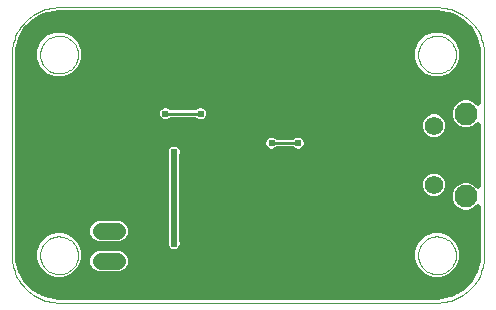
<source format=gbl>
G75*
G70*
%OFA0B0*%
%FSLAX24Y24*%
%IPPOS*%
%LPD*%
%AMOC8*
5,1,8,0,0,1.08239X$1,22.5*
%
%ADD10C,0.0000*%
%ADD11C,0.0560*%
%ADD12C,0.0768*%
%ADD13C,0.0620*%
%ADD14C,0.0238*%
%ADD15C,0.0100*%
%ADD16C,0.0200*%
D10*
X001775Y000200D02*
X014373Y000200D01*
X013743Y001775D02*
X013745Y001825D01*
X013751Y001875D01*
X013761Y001924D01*
X013775Y001972D01*
X013792Y002019D01*
X013813Y002064D01*
X013838Y002108D01*
X013866Y002149D01*
X013898Y002188D01*
X013932Y002225D01*
X013969Y002259D01*
X014009Y002289D01*
X014051Y002316D01*
X014095Y002340D01*
X014141Y002361D01*
X014188Y002377D01*
X014236Y002390D01*
X014286Y002399D01*
X014335Y002404D01*
X014386Y002405D01*
X014436Y002402D01*
X014485Y002395D01*
X014534Y002384D01*
X014582Y002369D01*
X014628Y002351D01*
X014673Y002329D01*
X014716Y002303D01*
X014757Y002274D01*
X014796Y002242D01*
X014832Y002207D01*
X014864Y002169D01*
X014894Y002129D01*
X014921Y002086D01*
X014944Y002042D01*
X014963Y001996D01*
X014979Y001948D01*
X014991Y001899D01*
X014999Y001850D01*
X015003Y001800D01*
X015003Y001750D01*
X014999Y001700D01*
X014991Y001651D01*
X014979Y001602D01*
X014963Y001554D01*
X014944Y001508D01*
X014921Y001464D01*
X014894Y001421D01*
X014864Y001381D01*
X014832Y001343D01*
X014796Y001308D01*
X014757Y001276D01*
X014716Y001247D01*
X014673Y001221D01*
X014628Y001199D01*
X014582Y001181D01*
X014534Y001166D01*
X014485Y001155D01*
X014436Y001148D01*
X014386Y001145D01*
X014335Y001146D01*
X014286Y001151D01*
X014236Y001160D01*
X014188Y001173D01*
X014141Y001189D01*
X014095Y001210D01*
X014051Y001234D01*
X014009Y001261D01*
X013969Y001291D01*
X013932Y001325D01*
X013898Y001362D01*
X013866Y001401D01*
X013838Y001442D01*
X013813Y001486D01*
X013792Y001531D01*
X013775Y001578D01*
X013761Y001626D01*
X013751Y001675D01*
X013745Y001725D01*
X013743Y001775D01*
X014373Y000200D02*
X014450Y000202D01*
X014527Y000208D01*
X014604Y000217D01*
X014680Y000230D01*
X014756Y000247D01*
X014830Y000268D01*
X014904Y000292D01*
X014976Y000320D01*
X015046Y000351D01*
X015115Y000386D01*
X015183Y000424D01*
X015248Y000465D01*
X015311Y000510D01*
X015372Y000558D01*
X015431Y000608D01*
X015487Y000661D01*
X015540Y000717D01*
X015590Y000776D01*
X015638Y000837D01*
X015683Y000900D01*
X015724Y000965D01*
X015762Y001033D01*
X015797Y001102D01*
X015828Y001172D01*
X015856Y001244D01*
X015880Y001318D01*
X015901Y001392D01*
X015918Y001468D01*
X015931Y001544D01*
X015940Y001621D01*
X015946Y001698D01*
X015948Y001775D01*
X015948Y008468D01*
X013743Y008468D02*
X013745Y008518D01*
X013751Y008568D01*
X013761Y008617D01*
X013775Y008665D01*
X013792Y008712D01*
X013813Y008757D01*
X013838Y008801D01*
X013866Y008842D01*
X013898Y008881D01*
X013932Y008918D01*
X013969Y008952D01*
X014009Y008982D01*
X014051Y009009D01*
X014095Y009033D01*
X014141Y009054D01*
X014188Y009070D01*
X014236Y009083D01*
X014286Y009092D01*
X014335Y009097D01*
X014386Y009098D01*
X014436Y009095D01*
X014485Y009088D01*
X014534Y009077D01*
X014582Y009062D01*
X014628Y009044D01*
X014673Y009022D01*
X014716Y008996D01*
X014757Y008967D01*
X014796Y008935D01*
X014832Y008900D01*
X014864Y008862D01*
X014894Y008822D01*
X014921Y008779D01*
X014944Y008735D01*
X014963Y008689D01*
X014979Y008641D01*
X014991Y008592D01*
X014999Y008543D01*
X015003Y008493D01*
X015003Y008443D01*
X014999Y008393D01*
X014991Y008344D01*
X014979Y008295D01*
X014963Y008247D01*
X014944Y008201D01*
X014921Y008157D01*
X014894Y008114D01*
X014864Y008074D01*
X014832Y008036D01*
X014796Y008001D01*
X014757Y007969D01*
X014716Y007940D01*
X014673Y007914D01*
X014628Y007892D01*
X014582Y007874D01*
X014534Y007859D01*
X014485Y007848D01*
X014436Y007841D01*
X014386Y007838D01*
X014335Y007839D01*
X014286Y007844D01*
X014236Y007853D01*
X014188Y007866D01*
X014141Y007882D01*
X014095Y007903D01*
X014051Y007927D01*
X014009Y007954D01*
X013969Y007984D01*
X013932Y008018D01*
X013898Y008055D01*
X013866Y008094D01*
X013838Y008135D01*
X013813Y008179D01*
X013792Y008224D01*
X013775Y008271D01*
X013761Y008319D01*
X013751Y008368D01*
X013745Y008418D01*
X013743Y008468D01*
X014373Y010043D02*
X014450Y010041D01*
X014527Y010035D01*
X014604Y010026D01*
X014680Y010013D01*
X014756Y009996D01*
X014830Y009975D01*
X014904Y009951D01*
X014976Y009923D01*
X015046Y009892D01*
X015115Y009857D01*
X015183Y009819D01*
X015248Y009778D01*
X015311Y009733D01*
X015372Y009685D01*
X015431Y009635D01*
X015487Y009582D01*
X015540Y009526D01*
X015590Y009467D01*
X015638Y009406D01*
X015683Y009343D01*
X015724Y009278D01*
X015762Y009210D01*
X015797Y009141D01*
X015828Y009071D01*
X015856Y008999D01*
X015880Y008925D01*
X015901Y008851D01*
X015918Y008775D01*
X015931Y008699D01*
X015940Y008622D01*
X015946Y008545D01*
X015948Y008468D01*
X014373Y010043D02*
X001775Y010043D01*
X001145Y008468D02*
X001147Y008518D01*
X001153Y008568D01*
X001163Y008617D01*
X001177Y008665D01*
X001194Y008712D01*
X001215Y008757D01*
X001240Y008801D01*
X001268Y008842D01*
X001300Y008881D01*
X001334Y008918D01*
X001371Y008952D01*
X001411Y008982D01*
X001453Y009009D01*
X001497Y009033D01*
X001543Y009054D01*
X001590Y009070D01*
X001638Y009083D01*
X001688Y009092D01*
X001737Y009097D01*
X001788Y009098D01*
X001838Y009095D01*
X001887Y009088D01*
X001936Y009077D01*
X001984Y009062D01*
X002030Y009044D01*
X002075Y009022D01*
X002118Y008996D01*
X002159Y008967D01*
X002198Y008935D01*
X002234Y008900D01*
X002266Y008862D01*
X002296Y008822D01*
X002323Y008779D01*
X002346Y008735D01*
X002365Y008689D01*
X002381Y008641D01*
X002393Y008592D01*
X002401Y008543D01*
X002405Y008493D01*
X002405Y008443D01*
X002401Y008393D01*
X002393Y008344D01*
X002381Y008295D01*
X002365Y008247D01*
X002346Y008201D01*
X002323Y008157D01*
X002296Y008114D01*
X002266Y008074D01*
X002234Y008036D01*
X002198Y008001D01*
X002159Y007969D01*
X002118Y007940D01*
X002075Y007914D01*
X002030Y007892D01*
X001984Y007874D01*
X001936Y007859D01*
X001887Y007848D01*
X001838Y007841D01*
X001788Y007838D01*
X001737Y007839D01*
X001688Y007844D01*
X001638Y007853D01*
X001590Y007866D01*
X001543Y007882D01*
X001497Y007903D01*
X001453Y007927D01*
X001411Y007954D01*
X001371Y007984D01*
X001334Y008018D01*
X001300Y008055D01*
X001268Y008094D01*
X001240Y008135D01*
X001215Y008179D01*
X001194Y008224D01*
X001177Y008271D01*
X001163Y008319D01*
X001153Y008368D01*
X001147Y008418D01*
X001145Y008468D01*
X000200Y008468D02*
X000202Y008545D01*
X000208Y008622D01*
X000217Y008699D01*
X000230Y008775D01*
X000247Y008851D01*
X000268Y008925D01*
X000292Y008999D01*
X000320Y009071D01*
X000351Y009141D01*
X000386Y009210D01*
X000424Y009278D01*
X000465Y009343D01*
X000510Y009406D01*
X000558Y009467D01*
X000608Y009526D01*
X000661Y009582D01*
X000717Y009635D01*
X000776Y009685D01*
X000837Y009733D01*
X000900Y009778D01*
X000965Y009819D01*
X001033Y009857D01*
X001102Y009892D01*
X001172Y009923D01*
X001244Y009951D01*
X001318Y009975D01*
X001392Y009996D01*
X001468Y010013D01*
X001544Y010026D01*
X001621Y010035D01*
X001698Y010041D01*
X001775Y010043D01*
X000200Y008468D02*
X000200Y001775D01*
X001145Y001775D02*
X001147Y001825D01*
X001153Y001875D01*
X001163Y001924D01*
X001177Y001972D01*
X001194Y002019D01*
X001215Y002064D01*
X001240Y002108D01*
X001268Y002149D01*
X001300Y002188D01*
X001334Y002225D01*
X001371Y002259D01*
X001411Y002289D01*
X001453Y002316D01*
X001497Y002340D01*
X001543Y002361D01*
X001590Y002377D01*
X001638Y002390D01*
X001688Y002399D01*
X001737Y002404D01*
X001788Y002405D01*
X001838Y002402D01*
X001887Y002395D01*
X001936Y002384D01*
X001984Y002369D01*
X002030Y002351D01*
X002075Y002329D01*
X002118Y002303D01*
X002159Y002274D01*
X002198Y002242D01*
X002234Y002207D01*
X002266Y002169D01*
X002296Y002129D01*
X002323Y002086D01*
X002346Y002042D01*
X002365Y001996D01*
X002381Y001948D01*
X002393Y001899D01*
X002401Y001850D01*
X002405Y001800D01*
X002405Y001750D01*
X002401Y001700D01*
X002393Y001651D01*
X002381Y001602D01*
X002365Y001554D01*
X002346Y001508D01*
X002323Y001464D01*
X002296Y001421D01*
X002266Y001381D01*
X002234Y001343D01*
X002198Y001308D01*
X002159Y001276D01*
X002118Y001247D01*
X002075Y001221D01*
X002030Y001199D01*
X001984Y001181D01*
X001936Y001166D01*
X001887Y001155D01*
X001838Y001148D01*
X001788Y001145D01*
X001737Y001146D01*
X001688Y001151D01*
X001638Y001160D01*
X001590Y001173D01*
X001543Y001189D01*
X001497Y001210D01*
X001453Y001234D01*
X001411Y001261D01*
X001371Y001291D01*
X001334Y001325D01*
X001300Y001362D01*
X001268Y001401D01*
X001240Y001442D01*
X001215Y001486D01*
X001194Y001531D01*
X001177Y001578D01*
X001163Y001626D01*
X001153Y001675D01*
X001147Y001725D01*
X001145Y001775D01*
X000200Y001775D02*
X000202Y001698D01*
X000208Y001621D01*
X000217Y001544D01*
X000230Y001468D01*
X000247Y001392D01*
X000268Y001318D01*
X000292Y001244D01*
X000320Y001172D01*
X000351Y001102D01*
X000386Y001033D01*
X000424Y000965D01*
X000465Y000900D01*
X000510Y000837D01*
X000558Y000776D01*
X000608Y000717D01*
X000661Y000661D01*
X000717Y000608D01*
X000776Y000558D01*
X000837Y000510D01*
X000900Y000465D01*
X000965Y000424D01*
X001033Y000386D01*
X001102Y000351D01*
X001172Y000320D01*
X001244Y000292D01*
X001318Y000268D01*
X001392Y000247D01*
X001468Y000230D01*
X001544Y000217D01*
X001621Y000208D01*
X001698Y000202D01*
X001775Y000200D01*
D11*
X003158Y001584D02*
X003718Y001584D01*
X003718Y002584D02*
X003158Y002584D01*
D12*
X015338Y003739D03*
X015338Y006495D03*
D13*
X014275Y006102D03*
X014275Y004133D03*
D14*
X013881Y005712D03*
X012208Y006598D03*
X011420Y006598D03*
X010043Y006598D03*
X008999Y006598D03*
X008507Y006598D03*
X007976Y006598D03*
X006499Y006499D03*
X005318Y006499D03*
X005613Y005220D03*
X006007Y004826D03*
X007188Y003645D03*
X007779Y003645D03*
X005613Y002169D03*
X001480Y003743D03*
X007090Y007976D03*
X009058Y007582D03*
X011420Y007582D03*
X009747Y005515D03*
X008861Y005515D03*
X011027Y003645D03*
X011617Y001539D03*
D15*
X011027Y003645D02*
X011027Y004629D01*
X010830Y004826D01*
X010043Y004826D01*
X010043Y006598D01*
X008999Y006598D02*
X008960Y006558D01*
X008507Y006106D01*
X008507Y005062D01*
X008468Y005023D01*
X008271Y004826D01*
X010043Y004826D01*
X010830Y004826D02*
X011224Y004826D01*
X011420Y005023D01*
X011420Y006598D01*
X012208Y006598D02*
X012208Y005023D01*
X012060Y004875D01*
X012011Y004826D01*
X011322Y004826D01*
X011224Y004826D01*
X009747Y005515D02*
X008861Y005515D01*
X007976Y004924D02*
X007877Y004826D01*
X007582Y004826D01*
X007779Y004629D01*
X007779Y003645D01*
X007188Y003645D02*
X007188Y004629D01*
X006991Y004826D01*
X006893Y004826D01*
X007090Y005023D01*
X007090Y007976D01*
X007976Y006598D02*
X007976Y004924D01*
X007877Y004826D02*
X008271Y004826D01*
X007582Y004826D02*
X007483Y004826D01*
X006991Y004826D01*
X006893Y004826D02*
X006007Y004826D01*
X008507Y006106D02*
X008507Y006598D01*
X006499Y006499D02*
X005318Y006499D01*
D16*
X000684Y000938D02*
X000938Y000684D01*
X001249Y000505D01*
X001595Y000412D01*
X001775Y000400D01*
X014373Y000400D01*
X014553Y000412D01*
X014899Y000505D01*
X015210Y000684D01*
X015464Y000938D01*
X015643Y001249D01*
X015736Y001595D01*
X015748Y001775D01*
X015748Y003380D01*
X015646Y003278D01*
X015446Y003196D01*
X015230Y003196D01*
X015030Y003278D01*
X014877Y003431D01*
X014794Y003631D01*
X014794Y003848D01*
X014877Y004047D01*
X015030Y004200D01*
X015230Y004283D01*
X015446Y004283D01*
X015646Y004200D01*
X015748Y004098D01*
X015748Y006136D01*
X015646Y006034D01*
X015446Y005951D01*
X015230Y005951D01*
X015030Y006034D01*
X014877Y006187D01*
X014794Y006387D01*
X014794Y006603D01*
X014877Y006803D01*
X015030Y006956D01*
X015230Y007039D01*
X015446Y007039D01*
X015646Y006956D01*
X015748Y006854D01*
X015748Y008468D01*
X015736Y008647D01*
X015643Y008994D01*
X015464Y009305D01*
X015210Y009558D01*
X014899Y009738D01*
X014553Y009831D01*
X014373Y009843D01*
X001775Y009843D01*
X001595Y009831D01*
X001249Y009738D01*
X000938Y009558D01*
X000684Y009305D01*
X000505Y008994D01*
X000412Y008647D01*
X000412Y008647D01*
X000400Y008468D01*
X000400Y001775D01*
X000412Y001595D01*
X000505Y001249D01*
X000684Y000938D01*
X000652Y000994D02*
X001491Y000994D01*
X001590Y000953D02*
X001590Y000413D01*
X001788Y000400D02*
X001788Y000945D01*
X001940Y000945D02*
X001610Y000945D01*
X001305Y001071D01*
X001071Y001305D01*
X000945Y001610D01*
X000945Y001940D01*
X001071Y002245D01*
X001305Y002478D01*
X001610Y002605D01*
X001940Y002605D01*
X002245Y002478D01*
X002478Y002245D01*
X002605Y001940D01*
X002605Y001610D01*
X002478Y001305D01*
X002245Y001071D01*
X001940Y000945D01*
X001987Y000964D02*
X001987Y000400D01*
X002185Y000400D02*
X002185Y001046D01*
X002058Y000994D02*
X014090Y000994D01*
X014095Y000992D02*
X014095Y000400D01*
X014294Y000400D02*
X014294Y000945D01*
X014208Y000945D02*
X014538Y000945D01*
X014843Y001071D01*
X015077Y001305D01*
X015203Y001610D01*
X015203Y001940D01*
X015077Y002245D01*
X014843Y002478D01*
X014538Y002605D01*
X014208Y002605D01*
X013903Y002478D01*
X013670Y002245D01*
X013543Y001940D01*
X013543Y001610D01*
X013670Y001305D01*
X013903Y001071D01*
X014208Y000945D01*
X014492Y000945D02*
X014492Y000408D01*
X014691Y000449D02*
X014691Y001008D01*
X014657Y000994D02*
X015496Y000994D01*
X015485Y000974D02*
X015485Y003211D01*
X015286Y003196D02*
X015286Y000760D01*
X015322Y000796D02*
X000826Y000796D01*
X000796Y000826D02*
X000796Y009416D01*
X000710Y009331D02*
X015438Y009331D01*
X015485Y009269D02*
X015485Y007023D01*
X015653Y006949D02*
X015748Y006949D01*
X015683Y006919D02*
X015683Y008846D01*
X015659Y008934D02*
X015078Y008934D01*
X015077Y008938D02*
X014843Y009171D01*
X014538Y009298D01*
X014208Y009298D01*
X013903Y009171D01*
X013670Y008938D01*
X013543Y008633D01*
X013543Y008303D01*
X013670Y007998D01*
X013903Y007764D01*
X014208Y007638D01*
X014538Y007638D01*
X014843Y007764D01*
X015077Y007998D01*
X015203Y008303D01*
X015203Y008633D01*
X015077Y008938D01*
X015088Y008912D02*
X015088Y009629D01*
X015239Y009530D02*
X000909Y009530D01*
X000994Y009591D02*
X000994Y008751D01*
X000987Y008736D02*
X000435Y008736D01*
X000405Y008537D02*
X000945Y008537D01*
X000945Y008633D02*
X000945Y008303D01*
X001071Y007998D01*
X001305Y007764D01*
X001610Y007638D01*
X001940Y007638D01*
X002245Y007764D01*
X002478Y007998D01*
X002605Y008303D01*
X002605Y008633D01*
X002478Y008938D01*
X002245Y009171D01*
X001940Y009298D01*
X001610Y009298D01*
X001305Y009171D01*
X001071Y008938D01*
X000945Y008633D01*
X000945Y008339D02*
X000400Y008339D01*
X000400Y008140D02*
X001012Y008140D01*
X000994Y008184D02*
X000994Y002058D01*
X000964Y001987D02*
X000400Y001987D01*
X000400Y002185D02*
X001046Y002185D01*
X001193Y002366D02*
X001193Y007876D01*
X001127Y007942D02*
X000400Y007942D01*
X000400Y007743D02*
X001356Y007743D01*
X001391Y007728D02*
X001391Y002514D01*
X001555Y002582D02*
X000400Y002582D01*
X000400Y002384D02*
X001210Y002384D01*
X001590Y002596D02*
X001590Y007646D01*
X001788Y007638D02*
X001788Y002605D01*
X001987Y002585D02*
X001987Y007657D01*
X002185Y007739D02*
X002185Y002503D01*
X002340Y002384D02*
X002765Y002384D01*
X002781Y002346D02*
X002781Y001822D01*
X002785Y001833D02*
X002718Y001671D01*
X002718Y001496D01*
X002785Y001335D01*
X002909Y001211D01*
X003071Y001144D01*
X003806Y001144D01*
X003967Y001211D01*
X004091Y001335D01*
X004158Y001496D01*
X004158Y001671D01*
X004091Y001833D01*
X003967Y001957D01*
X003806Y002024D01*
X003071Y002024D01*
X002909Y001957D01*
X002785Y001833D01*
X002766Y001788D02*
X002605Y001788D01*
X002596Y001590D02*
X002718Y001590D01*
X002582Y001555D02*
X002582Y000400D01*
X002384Y000400D02*
X002384Y001210D01*
X002366Y001193D02*
X002953Y001193D01*
X002979Y001182D02*
X002979Y000400D01*
X002781Y000400D02*
X002781Y001346D01*
X002762Y001391D02*
X002514Y001391D01*
X003178Y001144D02*
X003178Y000400D01*
X003376Y000400D02*
X003376Y001144D01*
X003575Y001144D02*
X003575Y000400D01*
X003773Y000400D02*
X003773Y001144D01*
X003923Y001193D02*
X013782Y001193D01*
X013698Y001276D02*
X013698Y000400D01*
X013500Y000400D02*
X013500Y009843D01*
X013698Y009843D02*
X013698Y008966D01*
X013668Y008934D02*
X002480Y008934D01*
X002384Y009033D02*
X002384Y009843D01*
X002582Y009843D02*
X002582Y008688D01*
X002562Y008736D02*
X013586Y008736D01*
X013543Y008537D02*
X002605Y008537D01*
X002605Y008339D02*
X013543Y008339D01*
X013611Y008140D02*
X002537Y008140D01*
X002582Y008248D02*
X002582Y001995D01*
X002585Y001987D02*
X002980Y001987D01*
X002979Y001986D02*
X002979Y002182D01*
X002971Y002185D02*
X002503Y002185D01*
X002384Y002340D02*
X002384Y007903D01*
X002422Y007942D02*
X013726Y007942D01*
X013698Y007969D02*
X013698Y002273D01*
X013645Y002185D02*
X005892Y002185D01*
X005892Y002224D02*
X005873Y002270D01*
X005873Y005118D01*
X005892Y005164D01*
X005892Y005275D01*
X005850Y005378D01*
X005771Y005456D01*
X005669Y005499D01*
X005558Y005499D01*
X005455Y005456D01*
X005377Y005378D01*
X005334Y005275D01*
X005334Y005164D01*
X005353Y005118D01*
X005353Y002270D01*
X005334Y002224D01*
X005334Y002113D01*
X005377Y002010D01*
X005455Y001932D01*
X005558Y001889D01*
X005669Y001889D01*
X005771Y001932D01*
X005850Y002010D01*
X005892Y002113D01*
X005892Y002224D01*
X005873Y002384D02*
X013808Y002384D01*
X013897Y002472D02*
X013897Y003847D01*
X013876Y003867D02*
X014009Y003735D01*
X014181Y003663D01*
X014368Y003663D01*
X014541Y003735D01*
X014673Y003867D01*
X014745Y004040D01*
X014745Y004227D01*
X014673Y004399D01*
X014541Y004532D01*
X014368Y004603D01*
X014181Y004603D01*
X014009Y004532D01*
X013876Y004399D01*
X013805Y004227D01*
X013805Y004040D01*
X013876Y003867D01*
X013833Y003972D02*
X005873Y003972D01*
X005873Y004170D02*
X013805Y004170D01*
X013864Y004369D02*
X005873Y004369D01*
X005873Y004567D02*
X014094Y004567D01*
X014095Y004567D02*
X014095Y005667D01*
X014181Y005632D02*
X014368Y005632D01*
X014541Y005703D01*
X014673Y005835D01*
X014745Y006008D01*
X014745Y006195D01*
X014673Y006368D01*
X014541Y006500D01*
X014368Y006572D01*
X014181Y006572D01*
X014009Y006500D01*
X013876Y006368D01*
X013805Y006195D01*
X013805Y006008D01*
X013876Y005835D01*
X014009Y005703D01*
X014181Y005632D01*
X014294Y005632D02*
X014294Y004603D01*
X014455Y004567D02*
X015748Y004567D01*
X015748Y004369D02*
X014686Y004369D01*
X014691Y004358D02*
X014691Y005877D01*
X014723Y005957D02*
X015217Y005957D01*
X015286Y005951D02*
X015286Y004283D01*
X015485Y004267D02*
X015485Y005967D01*
X015458Y005957D02*
X015748Y005957D01*
X015683Y006071D02*
X015683Y004163D01*
X015676Y004170D02*
X015748Y004170D01*
X015088Y004224D02*
X015088Y006010D01*
X014909Y006155D02*
X014745Y006155D01*
X014889Y006175D02*
X014889Y004060D01*
X014845Y003972D02*
X014717Y003972D01*
X014691Y003908D02*
X014691Y002542D01*
X014593Y002582D02*
X015748Y002582D01*
X015748Y002384D02*
X014938Y002384D01*
X014889Y002433D02*
X014889Y003419D01*
X014932Y003376D02*
X005873Y003376D01*
X005873Y003178D02*
X015748Y003178D01*
X015683Y003315D02*
X015683Y001397D01*
X015682Y001391D02*
X015113Y001391D01*
X015088Y001331D02*
X015088Y000613D01*
X015059Y000597D02*
X001089Y000597D01*
X000994Y000652D02*
X000994Y001491D01*
X000953Y001590D02*
X000413Y001590D01*
X000400Y001788D02*
X000945Y001788D01*
X001035Y001391D02*
X000467Y001391D01*
X000537Y001193D02*
X001183Y001193D01*
X001193Y001183D02*
X001193Y000537D01*
X001391Y000467D02*
X001391Y001035D01*
X000597Y001089D02*
X000597Y009154D01*
X000585Y009133D02*
X001266Y009133D01*
X001193Y009059D02*
X001193Y009705D01*
X001232Y009728D02*
X014916Y009728D01*
X014889Y009741D02*
X014889Y009126D01*
X014882Y009133D02*
X015563Y009133D01*
X015286Y009483D02*
X015286Y007039D01*
X015088Y006980D02*
X015088Y008023D01*
X015021Y007942D02*
X015748Y007942D01*
X015748Y008140D02*
X015136Y008140D01*
X015203Y008339D02*
X015748Y008339D01*
X015743Y008537D02*
X015203Y008537D01*
X015161Y008736D02*
X015713Y008736D01*
X014691Y009235D02*
X014691Y009794D01*
X014492Y009835D02*
X014492Y009298D01*
X014294Y009298D02*
X014294Y009843D01*
X014095Y009843D02*
X014095Y009251D01*
X013897Y009165D02*
X013897Y009843D01*
X013301Y009843D02*
X013301Y000400D01*
X013103Y000400D02*
X013103Y009843D01*
X012904Y009843D02*
X012904Y000400D01*
X012706Y000400D02*
X012706Y009843D01*
X012507Y009843D02*
X012507Y000400D01*
X012309Y000400D02*
X012309Y009843D01*
X012110Y009843D02*
X012110Y000400D01*
X011912Y000400D02*
X011912Y009843D01*
X011713Y009843D02*
X011713Y000400D01*
X011515Y000400D02*
X011515Y009843D01*
X011316Y009843D02*
X011316Y000400D01*
X011118Y000400D02*
X011118Y009843D01*
X010919Y009843D02*
X010919Y000400D01*
X010721Y000400D02*
X010721Y009843D01*
X010522Y009843D02*
X010522Y000400D01*
X010324Y000400D02*
X010324Y009843D01*
X010125Y009843D02*
X010125Y000400D01*
X009927Y000400D02*
X009927Y005300D01*
X009905Y005278D02*
X009984Y005357D01*
X010026Y005459D01*
X010026Y005570D01*
X009984Y005673D01*
X009905Y005752D01*
X009803Y005794D01*
X009692Y005794D01*
X009589Y005752D01*
X009563Y005725D01*
X009046Y005725D01*
X009019Y005752D01*
X008917Y005794D01*
X008806Y005794D01*
X008703Y005752D01*
X008625Y005673D01*
X008582Y005570D01*
X008582Y005459D01*
X008625Y005357D01*
X008703Y005278D01*
X008806Y005236D01*
X008917Y005236D01*
X009019Y005278D01*
X009046Y005305D01*
X009563Y005305D01*
X009589Y005278D01*
X009692Y005236D01*
X009803Y005236D01*
X009905Y005278D01*
X009986Y005361D02*
X015748Y005361D01*
X015748Y005163D02*
X005892Y005163D01*
X006007Y005318D02*
X006007Y004826D01*
X005873Y004766D02*
X015748Y004766D01*
X015748Y004964D02*
X005873Y004964D01*
X005613Y005220D02*
X005613Y002169D01*
X005334Y002185D02*
X003905Y002185D01*
X003967Y002211D02*
X004091Y002335D01*
X004158Y002496D01*
X004158Y002671D01*
X004091Y002833D01*
X003967Y002957D01*
X003806Y003024D01*
X003071Y003024D01*
X002909Y002957D01*
X002785Y002833D01*
X002718Y002671D01*
X002718Y002496D01*
X002785Y002335D01*
X002909Y002211D01*
X003071Y002144D01*
X003806Y002144D01*
X003967Y002211D01*
X003972Y002215D02*
X003972Y001953D01*
X003896Y001987D02*
X005401Y001987D01*
X005361Y002049D02*
X005361Y000400D01*
X005163Y000400D02*
X005163Y006262D01*
X005160Y006263D02*
X005263Y006220D01*
X005374Y006220D01*
X005476Y006263D01*
X005503Y006289D01*
X006315Y006289D01*
X006341Y006263D01*
X006444Y006220D01*
X006555Y006220D01*
X006657Y006263D01*
X006736Y006341D01*
X006778Y006444D01*
X006778Y006555D01*
X006736Y006657D01*
X006657Y006736D01*
X006555Y006778D01*
X006444Y006778D01*
X006341Y006736D01*
X006315Y006709D01*
X005503Y006709D01*
X005476Y006736D01*
X005374Y006778D01*
X005263Y006778D01*
X005160Y006736D01*
X005082Y006657D01*
X005039Y006555D01*
X005039Y006444D01*
X005082Y006341D01*
X005160Y006263D01*
X005076Y006354D02*
X000400Y006354D01*
X000400Y006552D02*
X005039Y006552D01*
X005163Y006737D02*
X005163Y009843D01*
X005361Y009843D02*
X005361Y006778D01*
X005441Y006751D02*
X006377Y006751D01*
X006354Y006741D02*
X006354Y009843D01*
X006552Y009843D02*
X006552Y006778D01*
X006622Y006751D02*
X014855Y006751D01*
X014889Y006816D02*
X014889Y007810D01*
X014792Y007743D02*
X015748Y007743D01*
X015748Y007545D02*
X000400Y007545D01*
X000400Y007346D02*
X015748Y007346D01*
X015748Y007148D02*
X000400Y007148D01*
X000400Y006949D02*
X015022Y006949D01*
X014794Y006552D02*
X014416Y006552D01*
X014492Y006520D02*
X014492Y007638D01*
X014294Y007638D02*
X014294Y006572D01*
X014134Y006552D02*
X006778Y006552D01*
X006751Y006622D02*
X006751Y009843D01*
X006949Y009843D02*
X006949Y000400D01*
X006751Y000400D02*
X006751Y006377D01*
X006741Y006354D02*
X013870Y006354D01*
X013897Y006388D02*
X013897Y007771D01*
X013954Y007743D02*
X002194Y007743D01*
X000400Y006751D02*
X005196Y006751D01*
X005560Y006709D02*
X005560Y009843D01*
X005758Y009843D02*
X005758Y006709D01*
X005957Y006709D02*
X005957Y009843D01*
X006155Y009843D02*
X006155Y006709D01*
X006155Y006289D02*
X006155Y000400D01*
X006354Y000400D02*
X006354Y006258D01*
X006552Y006220D02*
X006552Y000400D01*
X005957Y000400D02*
X005957Y006289D01*
X005758Y006289D02*
X005758Y005462D01*
X005810Y005515D02*
X006007Y005318D01*
X005857Y005361D02*
X008623Y005361D01*
X008736Y005265D02*
X008736Y000400D01*
X008934Y000400D02*
X008934Y005243D01*
X009133Y005305D02*
X009133Y000400D01*
X009331Y000400D02*
X009331Y005305D01*
X009530Y005305D02*
X009530Y000400D01*
X009728Y000400D02*
X009728Y005236D01*
X010026Y005560D02*
X015748Y005560D01*
X015748Y005758D02*
X014596Y005758D01*
X014492Y005683D02*
X014492Y004552D01*
X014745Y004170D02*
X014999Y004170D01*
X014794Y003773D02*
X014579Y003773D01*
X014492Y003714D02*
X014492Y002605D01*
X014294Y002605D02*
X014294Y003663D01*
X014095Y003699D02*
X014095Y002558D01*
X014153Y002582D02*
X005873Y002582D01*
X005873Y002781D02*
X015748Y002781D01*
X015748Y002979D02*
X005873Y002979D01*
X005353Y002979D02*
X003914Y002979D01*
X003972Y002953D02*
X003972Y009843D01*
X003773Y009843D02*
X003773Y003024D01*
X003575Y003024D02*
X003575Y009843D01*
X003376Y009843D02*
X003376Y003024D01*
X003178Y003024D02*
X003178Y009843D01*
X002979Y009843D02*
X002979Y002986D01*
X002962Y002979D02*
X000400Y002979D01*
X000400Y002781D02*
X002763Y002781D01*
X002781Y002822D02*
X002781Y009843D01*
X002185Y009843D02*
X002185Y009196D01*
X002284Y009133D02*
X013864Y009133D01*
X014095Y007685D02*
X014095Y006536D01*
X013805Y006155D02*
X000400Y006155D01*
X000400Y005957D02*
X013826Y005957D01*
X013586Y006007D02*
X013881Y005712D01*
X012897Y005712D01*
X012060Y004875D01*
X013881Y004480D02*
X011617Y002216D01*
X011617Y001539D01*
X013552Y001590D02*
X004158Y001590D01*
X004115Y001391D02*
X013634Y001391D01*
X013897Y001078D02*
X013897Y000400D01*
X014889Y000502D02*
X014889Y001117D01*
X014965Y001193D02*
X015611Y001193D01*
X015735Y001590D02*
X015195Y001590D01*
X015203Y001788D02*
X015748Y001788D01*
X015748Y001987D02*
X015184Y001987D01*
X015102Y002185D02*
X015748Y002185D01*
X015088Y002219D02*
X015088Y003254D01*
X014817Y003575D02*
X005873Y003575D01*
X005873Y003773D02*
X013970Y003773D01*
X013897Y004420D02*
X013897Y005815D01*
X013954Y005758D02*
X009890Y005758D01*
X009927Y005730D02*
X009927Y009843D01*
X009728Y009843D02*
X009728Y005794D01*
X009605Y005758D02*
X009004Y005758D01*
X008934Y005787D02*
X008934Y009843D01*
X008736Y009843D02*
X008736Y005765D01*
X008719Y005758D02*
X000400Y005758D01*
X000400Y005560D02*
X008582Y005560D01*
X009133Y005725D02*
X009133Y009843D01*
X009331Y009843D02*
X009331Y005725D01*
X009530Y005725D02*
X009530Y009843D01*
X008537Y009843D02*
X008537Y000400D01*
X008339Y000400D02*
X008339Y009843D01*
X008140Y009843D02*
X008140Y000400D01*
X007942Y000400D02*
X007942Y009843D01*
X007743Y009843D02*
X007743Y000400D01*
X007545Y000400D02*
X007545Y009843D01*
X007346Y009843D02*
X007346Y000400D01*
X007148Y000400D02*
X007148Y009843D01*
X004964Y009843D02*
X004964Y000400D01*
X004766Y000400D02*
X004766Y009843D01*
X004567Y009843D02*
X004567Y000400D01*
X004369Y000400D02*
X004369Y009843D01*
X004170Y009843D02*
X004170Y000400D01*
X003972Y000400D02*
X003972Y001215D01*
X004110Y001788D02*
X013543Y001788D01*
X013563Y001987D02*
X005826Y001987D01*
X005758Y001926D02*
X005758Y000400D01*
X005560Y000400D02*
X005560Y001889D01*
X005353Y002384D02*
X004111Y002384D01*
X004158Y002582D02*
X005353Y002582D01*
X005353Y002781D02*
X004113Y002781D01*
X003773Y002144D02*
X003773Y002024D01*
X003575Y002024D02*
X003575Y002144D01*
X003376Y002144D02*
X003376Y002024D01*
X003178Y002024D02*
X003178Y002144D01*
X002718Y002582D02*
X001995Y002582D01*
X000400Y003178D02*
X005353Y003178D01*
X005353Y003376D02*
X000400Y003376D01*
X000400Y003575D02*
X005353Y003575D01*
X005353Y003773D02*
X000400Y003773D01*
X000400Y003972D02*
X005353Y003972D01*
X005353Y004170D02*
X000400Y004170D01*
X000400Y004369D02*
X005353Y004369D01*
X005353Y004567D02*
X000400Y004567D01*
X000400Y004766D02*
X005353Y004766D01*
X005353Y004964D02*
X000400Y004964D01*
X000400Y005163D02*
X005335Y005163D01*
X005361Y005340D02*
X005361Y006220D01*
X005560Y006289D02*
X005560Y005499D01*
X005370Y005361D02*
X000400Y005361D01*
X001480Y003743D02*
X003448Y003743D01*
X005220Y005515D01*
X005810Y005515D01*
X009058Y007582D02*
X011420Y007582D01*
X011399Y007560D02*
X013312Y007560D01*
X013586Y007287D01*
X013586Y006007D01*
X013881Y005712D02*
X013881Y004480D01*
X015744Y003376D02*
X015748Y003376D01*
X014691Y006326D02*
X014691Y007701D01*
X014679Y006354D02*
X014808Y006354D01*
X001987Y009278D02*
X001987Y009843D01*
X001788Y009843D02*
X001788Y009298D01*
X001590Y009289D02*
X001590Y009829D01*
X001391Y009776D02*
X001391Y009207D01*
X001070Y008934D02*
X000489Y008934D01*
M02*

</source>
